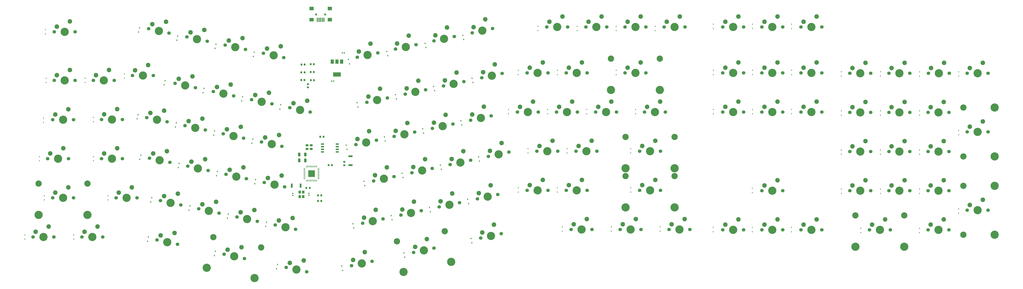
<source format=gbr>
%TF.GenerationSoftware,KiCad,Pcbnew,(6.0.9)*%
%TF.CreationDate,2022-12-16T23:57:13-05:00*%
%TF.ProjectId,rp2040 keeb,72703230-3430-4206-9b65-65622e6b6963,rev?*%
%TF.SameCoordinates,Original*%
%TF.FileFunction,Soldermask,Bot*%
%TF.FilePolarity,Negative*%
%FSLAX46Y46*%
G04 Gerber Fmt 4.6, Leading zero omitted, Abs format (unit mm)*
G04 Created by KiCad (PCBNEW (6.0.9)) date 2022-12-16 23:57:13*
%MOMM*%
%LPD*%
G01*
G04 APERTURE LIST*
G04 Aperture macros list*
%AMRoundRect*
0 Rectangle with rounded corners*
0 $1 Rounding radius*
0 $2 $3 $4 $5 $6 $7 $8 $9 X,Y pos of 4 corners*
0 Add a 4 corners polygon primitive as box body*
4,1,4,$2,$3,$4,$5,$6,$7,$8,$9,$2,$3,0*
0 Add four circle primitives for the rounded corners*
1,1,$1+$1,$2,$3*
1,1,$1+$1,$4,$5*
1,1,$1+$1,$6,$7*
1,1,$1+$1,$8,$9*
0 Add four rect primitives between the rounded corners*
20,1,$1+$1,$2,$3,$4,$5,0*
20,1,$1+$1,$4,$5,$6,$7,0*
20,1,$1+$1,$6,$7,$8,$9,0*
20,1,$1+$1,$8,$9,$2,$3,0*%
%AMRotRect*
0 Rectangle, with rotation*
0 The origin of the aperture is its center*
0 $1 length*
0 $2 width*
0 $3 Rotation angle, in degrees counterclockwise*
0 Add horizontal line*
21,1,$1,$2,0,0,$3*%
G04 Aperture macros list end*
%ADD10C,4.000000*%
%ADD11C,1.700000*%
%ADD12C,2.200000*%
%ADD13C,3.050000*%
%ADD14R,0.450000X0.600000*%
%ADD15RotRect,0.600000X0.450000X78.000000*%
%ADD16RoundRect,0.150000X0.650000X0.150000X-0.650000X0.150000X-0.650000X-0.150000X0.650000X-0.150000X0*%
%ADD17RoundRect,0.225000X0.225000X0.250000X-0.225000X0.250000X-0.225000X-0.250000X0.225000X-0.250000X0*%
%ADD18RotRect,0.600000X0.450000X102.000000*%
%ADD19RoundRect,0.140000X0.140000X0.170000X-0.140000X0.170000X-0.140000X-0.170000X0.140000X-0.170000X0*%
%ADD20R,1.500000X2.000000*%
%ADD21R,3.800000X2.000000*%
%ADD22R,1.200000X1.400000*%
%ADD23RoundRect,0.250000X0.450000X-0.262500X0.450000X0.262500X-0.450000X0.262500X-0.450000X-0.262500X0*%
%ADD24RoundRect,0.250000X0.325000X0.650000X-0.325000X0.650000X-0.325000X-0.650000X0.325000X-0.650000X0*%
%ADD25RoundRect,0.225000X0.250000X-0.225000X0.250000X0.225000X-0.250000X0.225000X-0.250000X-0.225000X0*%
%ADD26RoundRect,0.200000X-0.200000X-0.275000X0.200000X-0.275000X0.200000X0.275000X-0.200000X0.275000X0*%
%ADD27RoundRect,0.225000X-0.225000X-0.250000X0.225000X-0.250000X0.225000X0.250000X-0.225000X0.250000X0*%
%ADD28RoundRect,0.225000X0.775000X-0.225000X0.775000X0.225000X-0.775000X0.225000X-0.775000X-0.225000X0*%
%ADD29RoundRect,0.231250X0.768750X-0.231250X0.768750X0.231250X-0.768750X0.231250X-0.768750X-0.231250X0*%
%ADD30RoundRect,0.140000X0.170000X-0.140000X0.170000X0.140000X-0.170000X0.140000X-0.170000X-0.140000X0*%
%ADD31RoundRect,0.050000X0.387500X0.050000X-0.387500X0.050000X-0.387500X-0.050000X0.387500X-0.050000X0*%
%ADD32RoundRect,0.050000X0.050000X0.387500X-0.050000X0.387500X-0.050000X-0.387500X0.050000X-0.387500X0*%
%ADD33R,3.200000X3.200000*%
%ADD34RoundRect,0.200000X0.275000X-0.200000X0.275000X0.200000X-0.275000X0.200000X-0.275000X-0.200000X0*%
%ADD35C,1.000000*%
%ADD36R,0.500000X2.000000*%
%ADD37R,2.000000X1.700000*%
%ADD38RoundRect,0.225000X0.225000X0.775000X-0.225000X0.775000X-0.225000X-0.775000X0.225000X-0.775000X0*%
%ADD39RoundRect,0.231250X0.231250X0.768750X-0.231250X0.768750X-0.231250X-0.768750X0.231250X-0.768750X0*%
G04 APERTURE END LIST*
D10*
%TO.C,SW103*%
X504670000Y-123458750D03*
D11*
X509750000Y-123458750D03*
X499590000Y-123458750D03*
D12*
X507210000Y-118378750D03*
X500860000Y-120918750D03*
%TD*%
D11*
%TO.C,SW16*%
X138503657Y-105814873D03*
X148441637Y-107927256D03*
D10*
X143472647Y-106871064D03*
D12*
X147013333Y-102430170D03*
X140274000Y-103594426D03*
%TD*%
D10*
%TO.C,SW14*%
X102021319Y-165107499D03*
D11*
X96941319Y-165107499D03*
X107101319Y-165107499D03*
D12*
X104561319Y-160027499D03*
X98211319Y-162567499D03*
%TD*%
D10*
%TO.C,SW12*%
X117102568Y-124626249D03*
D11*
X112022568Y-124626249D03*
X122182568Y-124626249D03*
D12*
X119642568Y-119546249D03*
X113292568Y-122086249D03*
%TD*%
D11*
%TO.C,SW64*%
X319156250Y-161458750D03*
X308996250Y-161458750D03*
D10*
X314076250Y-161458750D03*
D12*
X316616250Y-156378750D03*
X310266250Y-158918750D03*
%TD*%
D10*
%TO.C,SW99*%
X485520000Y-142508750D03*
D11*
X490600000Y-142508750D03*
X480440000Y-142508750D03*
D12*
X488060000Y-137428750D03*
X481710000Y-139968750D03*
%TD*%
D11*
%TO.C,SW9*%
X73128819Y-184157499D03*
X83288819Y-184157499D03*
D13*
X66308819Y-177157499D03*
D10*
X78208819Y-184157499D03*
X90108819Y-192397499D03*
D13*
X90108819Y-177157499D03*
D10*
X66308819Y-192397499D03*
D12*
X80748819Y-179077499D03*
X74398819Y-181617499D03*
%TD*%
D11*
%TO.C,SW51*%
X258104966Y-150304076D03*
D10*
X263073955Y-149247885D03*
D11*
X268042945Y-148191693D03*
D12*
X264502259Y-143750799D03*
X258819117Y-147555533D03*
%TD*%
D11*
%TO.C,SW3*%
X84082568Y-103362499D03*
D10*
X79002568Y-103362499D03*
D11*
X73922568Y-103362499D03*
D12*
X81542568Y-98282499D03*
X75192568Y-100822499D03*
%TD*%
D10*
%TO.C,SW71*%
X356938750Y-100953653D03*
D11*
X362018750Y-100953653D03*
X351858750Y-100953653D03*
D12*
X359478750Y-95873653D03*
X353128750Y-98413653D03*
%TD*%
D10*
%TO.C,SW17*%
X137706360Y-129461783D03*
D11*
X132737370Y-128405592D03*
X142675350Y-130517975D03*
D12*
X141247046Y-125020889D03*
X134507713Y-126185145D03*
%TD*%
D11*
%TO.C,SW100*%
X490600000Y-161558750D03*
D10*
X485520000Y-161558750D03*
D11*
X480440000Y-161558750D03*
D12*
X488060000Y-156478750D03*
X481710000Y-159018750D03*
%TD*%
D10*
%TO.C,SW97*%
X487895000Y-207898750D03*
D11*
X481075000Y-199658750D03*
D10*
X475995000Y-199658750D03*
D13*
X487895000Y-192658750D03*
X464095000Y-192658750D03*
D11*
X470915000Y-199658750D03*
D10*
X464095000Y-207898750D03*
D12*
X478535000Y-194578750D03*
X472185000Y-197118750D03*
%TD*%
D10*
%TO.C,SW95*%
X466470000Y-161558750D03*
D11*
X471550000Y-161558750D03*
X461390000Y-161558750D03*
D12*
X469010000Y-156478750D03*
X462660000Y-159018750D03*
%TD*%
D11*
%TO.C,SW110*%
X224100550Y-196483114D03*
D10*
X229069539Y-195426923D03*
D11*
X234038529Y-194370731D03*
D12*
X230497843Y-189929837D03*
X224814701Y-193734571D03*
%TD*%
D10*
%TO.C,SW59*%
X309313750Y-180508750D03*
D11*
X304233750Y-180508750D03*
X314393750Y-180508750D03*
D12*
X311853750Y-175428750D03*
X305503750Y-177968750D03*
%TD*%
D10*
%TO.C,SW11*%
X124865113Y-102888683D03*
D11*
X119896123Y-101832492D03*
X129834103Y-103944875D03*
D12*
X128405799Y-98447789D03*
X121666466Y-99612045D03*
%TD*%
D11*
%TO.C,SW40*%
X220837543Y-158225511D03*
D10*
X225806532Y-157169320D03*
D11*
X230775522Y-156113128D03*
D12*
X227234836Y-151672234D03*
X221551694Y-155476968D03*
%TD*%
D11*
%TO.C,SW105*%
X509650000Y-180608750D03*
D10*
X504570000Y-180608750D03*
D11*
X499490000Y-180608750D03*
D12*
X507110000Y-175528750D03*
X500760000Y-178068750D03*
%TD*%
D11*
%TO.C,SW4*%
X84082568Y-127007499D03*
X73922568Y-127007499D03*
D10*
X79002568Y-127007499D03*
D12*
X81542568Y-121927499D03*
X75192568Y-124467499D03*
%TD*%
D11*
%TO.C,SW33*%
X188638505Y-140287744D03*
D10*
X193607495Y-141343935D03*
D11*
X198576485Y-142400127D03*
D12*
X197148181Y-136903041D03*
X190408848Y-138067297D03*
%TD*%
D10*
%TO.C,SW47*%
X266336962Y-187505488D03*
D11*
X271305952Y-186449296D03*
X261367973Y-188561679D03*
D12*
X267765266Y-182008402D03*
X262082124Y-185813136D03*
%TD*%
D11*
%TO.C,SW84*%
X428693750Y-100953653D03*
X418533750Y-100953653D03*
D10*
X423613750Y-100953653D03*
D12*
X426153750Y-95873653D03*
X419803750Y-98413653D03*
%TD*%
D11*
%TO.C,SW8*%
X103132568Y-127007499D03*
D10*
X98052568Y-127007499D03*
D11*
X92972568Y-127007499D03*
D12*
X100592568Y-121927499D03*
X94242568Y-124467499D03*
%TD*%
D10*
%TO.C,SW102*%
X504570000Y-142508750D03*
D11*
X509650000Y-142508750D03*
X499490000Y-142508750D03*
D12*
X507110000Y-137428750D03*
X500760000Y-139968750D03*
%TD*%
D10*
%TO.C,SW34*%
X179828298Y-157986211D03*
D11*
X184797288Y-159042403D03*
X174859308Y-156930020D03*
D12*
X183368984Y-153545317D03*
X176629651Y-154709573D03*
%TD*%
D10*
%TO.C,SW93*%
X466470000Y-123458750D03*
D11*
X471550000Y-123458750D03*
X461390000Y-123458750D03*
D12*
X469010000Y-118378750D03*
X462660000Y-120918750D03*
%TD*%
D11*
%TO.C,SW10*%
X87416319Y-203207499D03*
D10*
X92496319Y-203207499D03*
D11*
X97576319Y-203207499D03*
D12*
X95036319Y-198127499D03*
X88686319Y-200667499D03*
%TD*%
D11*
%TO.C,SW31*%
X172832731Y-195516380D03*
X162894751Y-193403997D03*
D10*
X167863741Y-194460188D03*
D12*
X171404427Y-190019294D03*
X164665094Y-191183550D03*
%TD*%
D11*
%TO.C,SW96*%
X471550000Y-180608750D03*
D10*
X466470000Y-180608750D03*
D11*
X461390000Y-180608750D03*
D12*
X469010000Y-175528750D03*
X462660000Y-178068750D03*
%TD*%
D10*
%TO.C,SW15*%
X109165069Y-184157499D03*
D11*
X104085069Y-184157499D03*
X114245069Y-184157499D03*
D12*
X111705069Y-179077499D03*
X105355069Y-181617499D03*
%TD*%
D11*
%TO.C,SW101*%
X480440000Y-180608750D03*
D10*
X485520000Y-180608750D03*
D11*
X490600000Y-180608750D03*
D12*
X488060000Y-175528750D03*
X481710000Y-178068750D03*
%TD*%
D10*
%TO.C,SW13*%
X102021319Y-146057499D03*
D11*
X96941319Y-146057499D03*
X107101319Y-146057499D03*
D12*
X104561319Y-140977499D03*
X98211319Y-143517499D03*
%TD*%
D11*
%TO.C,SW81*%
X409643750Y-123358750D03*
X399483750Y-123358750D03*
D10*
X404563750Y-123358750D03*
D12*
X407103750Y-118278750D03*
X400753750Y-120818750D03*
%TD*%
D10*
%TO.C,SW104*%
X504570000Y-161558750D03*
D11*
X499490000Y-161558750D03*
X509650000Y-161558750D03*
D12*
X507110000Y-156478750D03*
X500760000Y-159018750D03*
%TD*%
D11*
%TO.C,SW20*%
X125627330Y-185482558D03*
D10*
X130596320Y-186538749D03*
D11*
X135565310Y-187594941D03*
D12*
X134137006Y-182097855D03*
X127397673Y-183262111D03*
%TD*%
D11*
%TO.C,SW78*%
X361383750Y-142408750D03*
X371543750Y-142408750D03*
D10*
X366463750Y-142408750D03*
D12*
X369003750Y-137328750D03*
X362653750Y-139868750D03*
%TD*%
D11*
%TO.C,SW85*%
X428693750Y-123358750D03*
X418533750Y-123358750D03*
D10*
X423613750Y-123358750D03*
D12*
X426153750Y-118278750D03*
X419803750Y-120818750D03*
%TD*%
D10*
%TO.C,SW92*%
X442663750Y-199658750D03*
D11*
X437583750Y-199658750D03*
X447743750Y-199658750D03*
D12*
X445203750Y-194578750D03*
X438853750Y-197118750D03*
%TD*%
D11*
%TO.C,SW28*%
X179942772Y-138439410D03*
X170004792Y-136327027D03*
D10*
X174973782Y-137383218D03*
D12*
X178514468Y-132942324D03*
X171775135Y-134106580D03*
%TD*%
D11*
%TO.C,SW76*%
X370908750Y-100953653D03*
X381068750Y-100953653D03*
D10*
X375988750Y-100953653D03*
D12*
X378528750Y-95873653D03*
X372178750Y-98413653D03*
%TD*%
D10*
%TO.C,SW37*%
X191853592Y-219034973D03*
D11*
X186884602Y-217978782D03*
X196822582Y-220091165D03*
D12*
X195394278Y-214594079D03*
X188654945Y-215758335D03*
%TD*%
D11*
%TO.C,SW46*%
X258028379Y-169795943D03*
D10*
X253059389Y-170852135D03*
D11*
X248090400Y-171908326D03*
D12*
X254487693Y-165355049D03*
X248804551Y-169159783D03*
%TD*%
D11*
%TO.C,SW58*%
X295295803Y-161874508D03*
D10*
X290326813Y-162930700D03*
D11*
X285357824Y-163986891D03*
D12*
X291755117Y-157433614D03*
X286071975Y-161238348D03*
%TD*%
D11*
%TO.C,SW41*%
X239394667Y-173756661D03*
X229456688Y-175869044D03*
D10*
X234425677Y-174812853D03*
D12*
X235853981Y-169315767D03*
X230170839Y-173120501D03*
%TD*%
D11*
%TO.C,SW5*%
X83288819Y-146061249D03*
X73128819Y-146061249D03*
D10*
X78208819Y-146061249D03*
D12*
X80748819Y-140981249D03*
X74398819Y-143521249D03*
%TD*%
D10*
%TO.C,SW75*%
X354557500Y-199558750D03*
D11*
X349477500Y-199558750D03*
X359637500Y-199558750D03*
D12*
X357097500Y-194478750D03*
X350747500Y-197018750D03*
%TD*%
D11*
%TO.C,SW98*%
X480440000Y-123458750D03*
D10*
X485520000Y-123458750D03*
D11*
X490600000Y-123458750D03*
D12*
X488060000Y-118378750D03*
X481710000Y-120918750D03*
%TD*%
D11*
%TO.C,SW49*%
X258802823Y-107774513D03*
X268740802Y-105662130D03*
D10*
X263771812Y-106718322D03*
D12*
X265200116Y-101221236D03*
X259516974Y-105025970D03*
%TD*%
D11*
%TO.C,SW42*%
X252672241Y-190410014D03*
D10*
X247703251Y-191466206D03*
D11*
X242734262Y-192522397D03*
D12*
X249131555Y-185969120D03*
X243448413Y-189773854D03*
%TD*%
D11*
%TO.C,SW62*%
X314393750Y-123358750D03*
X304233750Y-123358750D03*
D10*
X309313750Y-123358750D03*
D12*
X311853750Y-118278750D03*
X305503750Y-120818750D03*
%TD*%
D11*
%TO.C,SW108*%
X528700000Y-152033750D03*
D10*
X531860000Y-163933750D03*
X531860000Y-140133750D03*
D13*
X516620000Y-140133750D03*
D11*
X518540000Y-152033750D03*
D13*
X516620000Y-163933750D03*
D10*
X523620000Y-152033750D03*
D12*
X526160000Y-146953750D03*
X519810000Y-149493750D03*
%TD*%
D11*
%TO.C,SW86*%
X428693750Y-142408750D03*
X418533750Y-142408750D03*
D10*
X423613750Y-142408750D03*
D12*
X426153750Y-137328750D03*
X419803750Y-139868750D03*
%TD*%
D10*
%TO.C,SW26*%
X149230026Y-190499467D03*
D11*
X144261036Y-189443276D03*
X154199016Y-191555659D03*
D12*
X152770712Y-186058573D03*
X146031379Y-187222829D03*
%TD*%
D10*
%TO.C,SW30*%
X162536350Y-173751969D03*
D11*
X167505340Y-174808161D03*
X157567360Y-172695778D03*
D12*
X166077036Y-169311075D03*
X159337703Y-170475331D03*
%TD*%
D11*
%TO.C,SW22*%
X167075350Y-111887972D03*
X157137370Y-109775589D03*
D10*
X162106360Y-110831780D03*
D12*
X165647046Y-106390886D03*
X158907713Y-107555142D03*
%TD*%
D11*
%TO.C,SW60*%
X291578990Y-201593809D03*
D10*
X286610000Y-202650001D03*
D11*
X281641011Y-203706192D03*
D12*
X288038304Y-197152915D03*
X282355162Y-200957649D03*
%TD*%
D10*
%TO.C,SW48*%
X223713401Y-216040994D03*
D11*
X218744412Y-217097185D03*
X228682391Y-214984802D03*
D12*
X225141705Y-210543908D03*
X219458563Y-214348642D03*
%TD*%
D10*
%TO.C,SW7*%
X68683819Y-203207499D03*
D11*
X63603819Y-203207499D03*
X73763819Y-203207499D03*
D12*
X71223819Y-198127499D03*
X64873819Y-200667499D03*
%TD*%
D11*
%TO.C,SW63*%
X299471250Y-142408750D03*
X309631250Y-142408750D03*
D10*
X304551250Y-142408750D03*
D12*
X307091250Y-137328750D03*
X300741250Y-139868750D03*
%TD*%
D11*
%TO.C,SW55*%
X287374514Y-101701413D03*
X277436535Y-103813796D03*
D10*
X282405524Y-102757605D03*
D12*
X283833828Y-97260519D03*
X278150686Y-101065253D03*
%TD*%
D10*
%TO.C,SW61*%
X318838750Y-100953653D03*
D11*
X313758750Y-100953653D03*
X323918750Y-100953653D03*
D12*
X321378750Y-95873653D03*
X315028750Y-98413653D03*
%TD*%
D10*
%TO.C,SW24*%
X142560874Y-150064779D03*
D11*
X137591884Y-149008588D03*
X147529864Y-151120971D03*
D12*
X146101560Y-145623885D03*
X139362227Y-146788141D03*
%TD*%
D11*
%TO.C,SW6*%
X70747569Y-165107499D03*
D10*
X75827569Y-165107499D03*
D11*
X80907569Y-165107499D03*
D12*
X78367569Y-160027499D03*
X72017569Y-162567499D03*
%TD*%
D11*
%TO.C,SW66*%
X335825000Y-199558750D03*
X325665000Y-199558750D03*
D10*
X330745000Y-199558750D03*
D12*
X333285000Y-194478750D03*
X326935000Y-197018750D03*
%TD*%
D10*
%TO.C,SW94*%
X466470000Y-142508750D03*
D11*
X461390000Y-142508750D03*
X471550000Y-142508750D03*
D12*
X469010000Y-137428750D03*
X462660000Y-139968750D03*
%TD*%
D11*
%TO.C,SW36*%
X191466443Y-199477093D03*
D10*
X186497453Y-198420901D03*
D11*
X181528463Y-197364710D03*
D12*
X190038139Y-193980007D03*
X183298806Y-195144263D03*
%TD*%
D10*
%TO.C,SW50*%
X268430093Y-128633814D03*
D11*
X263461104Y-129690005D03*
X273399083Y-127577622D03*
D12*
X269858397Y-123136728D03*
X264175255Y-126941462D03*
%TD*%
D10*
%TO.C,SW80*%
X404563750Y-100953653D03*
D11*
X399483750Y-100953653D03*
X409643750Y-100953653D03*
D12*
X407103750Y-95873653D03*
X400753750Y-98413653D03*
%TD*%
D10*
%TO.C,SW109*%
X531860000Y-178233750D03*
D11*
X518540000Y-190133750D03*
D10*
X531860000Y-202033750D03*
D11*
X528700000Y-190133750D03*
D10*
X523620000Y-190133750D03*
D13*
X516620000Y-202033750D03*
X516620000Y-178233750D03*
D12*
X526160000Y-185053750D03*
X519810000Y-187593750D03*
%TD*%
D11*
%TO.C,SW29*%
X166163576Y-155081688D03*
D10*
X161194586Y-154025496D03*
D11*
X156225596Y-152969305D03*
D12*
X164735272Y-149584602D03*
X157995939Y-150748858D03*
%TD*%
D11*
%TO.C,SW88*%
X428693750Y-199658750D03*
D10*
X423613750Y-199658750D03*
D11*
X418533750Y-199658750D03*
D12*
X426153750Y-194578750D03*
X419803750Y-197118750D03*
%TD*%
D11*
%TO.C,SW44*%
X244827393Y-133650723D03*
X254765372Y-131538340D03*
D10*
X249796382Y-132594532D03*
D12*
X251224686Y-127097446D03*
X245541544Y-130902180D03*
%TD*%
D11*
%TO.C,SW82*%
X399483750Y-142408750D03*
D10*
X404563750Y-142408750D03*
D11*
X409643750Y-142408750D03*
D12*
X407103750Y-137328750D03*
X400753750Y-139868750D03*
%TD*%
D10*
%TO.C,SW72*%
X342651250Y-142408750D03*
D11*
X347731250Y-142408750D03*
X337571250Y-142408750D03*
D12*
X345191250Y-137328750D03*
X338841250Y-139868750D03*
%TD*%
D10*
%TO.C,SW32*%
X148220661Y-218184593D03*
D11*
X156604820Y-211542615D03*
D13*
X174669148Y-208225922D03*
D11*
X166542800Y-213654998D03*
D10*
X171500574Y-223132891D03*
D13*
X151389235Y-203277624D03*
D10*
X161573810Y-212598806D03*
D12*
X165114496Y-208157912D03*
X158375163Y-209322168D03*
%TD*%
D11*
%TO.C,SW91*%
X447743750Y-142408750D03*
D10*
X442663750Y-142408750D03*
D11*
X437583750Y-142408750D03*
D12*
X445203750Y-137328750D03*
X438853750Y-139868750D03*
%TD*%
D10*
%TO.C,SW89*%
X442663750Y-100953653D03*
D11*
X447743750Y-100953653D03*
X437583750Y-100953653D03*
D12*
X445203750Y-95873653D03*
X438853750Y-98413653D03*
%TD*%
D11*
%TO.C,SW79*%
X373290000Y-199558750D03*
X383450000Y-199558750D03*
D10*
X378370000Y-199558750D03*
D12*
X380910000Y-194478750D03*
X374560000Y-197018750D03*
%TD*%
D10*
%TO.C,SW27*%
X180740070Y-114792499D03*
D11*
X185709060Y-115848691D03*
X175771080Y-113736308D03*
D12*
X184280756Y-110351605D03*
X177541423Y-111515861D03*
%TD*%
D10*
%TO.C,SW68*%
X328363750Y-123358750D03*
D11*
X333443750Y-123358750D03*
X323283750Y-123358750D03*
D12*
X330903750Y-118278750D03*
X324553750Y-120818750D03*
%TD*%
D10*
%TO.C,SW70*%
X333126250Y-161458750D03*
D11*
X328046250Y-161458750D03*
X338206250Y-161458750D03*
D12*
X335666250Y-156378750D03*
X329316250Y-158918750D03*
%TD*%
D10*
%TO.C,SW74*%
X352182500Y-188748750D03*
X364082500Y-180508750D03*
D11*
X369162500Y-180508750D03*
D10*
X375982500Y-188748750D03*
D13*
X352182500Y-173508750D03*
X375982500Y-173508750D03*
D11*
X359002500Y-180508750D03*
D12*
X366622500Y-175428750D03*
X360272500Y-177968750D03*
%TD*%
D11*
%TO.C,SW57*%
X276738678Y-146343358D03*
D10*
X281707667Y-145287167D03*
D11*
X286676657Y-144230975D03*
D12*
X283135971Y-139790081D03*
X277452829Y-143594815D03*
%TD*%
D11*
%TO.C,SW43*%
X250107090Y-109622848D03*
X240169111Y-111735231D03*
D10*
X245138100Y-110679040D03*
D12*
X246566404Y-105181954D03*
X240883262Y-108986688D03*
%TD*%
D10*
%TO.C,SW73*%
X352182500Y-169698750D03*
X375982500Y-169698750D03*
D11*
X369162500Y-161458750D03*
D13*
X352182500Y-154458750D03*
X375982500Y-154458750D03*
D11*
X359002500Y-161458750D03*
D10*
X364082500Y-161458750D03*
D12*
X366622500Y-156378750D03*
X360272500Y-158918750D03*
%TD*%
D13*
%TO.C,SW54*%
X240814662Y-205287116D03*
D10*
X243983236Y-220194086D03*
X267263149Y-215245788D03*
X253910000Y-209660001D03*
D11*
X248941011Y-210716192D03*
X258878990Y-208603809D03*
D13*
X264094575Y-200338818D03*
D12*
X255338304Y-204162915D03*
X249655162Y-207967649D03*
%TD*%
D10*
%TO.C,SW52*%
X271693101Y-166891417D03*
D11*
X266724112Y-167947608D03*
X276662091Y-165835225D03*
D12*
X273121405Y-161394331D03*
X267438263Y-165199065D03*
%TD*%
D11*
%TO.C,SW83*%
X409643750Y-199658750D03*
X399483750Y-199658750D03*
D10*
X404563750Y-199658750D03*
D12*
X407103750Y-194578750D03*
X400753750Y-197118750D03*
%TD*%
D11*
%TO.C,SW69*%
X318521250Y-142408750D03*
X328681250Y-142408750D03*
D10*
X323601250Y-142408750D03*
D12*
X326141250Y-137328750D03*
X319791250Y-139868750D03*
%TD*%
D10*
%TO.C,SW35*%
X181170065Y-177712687D03*
D11*
X186139055Y-178768879D03*
X176201075Y-176656496D03*
D12*
X184710751Y-173271793D03*
X177971418Y-174436049D03*
%TD*%
D11*
%TO.C,SW56*%
X282094816Y-125729288D03*
D10*
X287063805Y-124673097D03*
D11*
X292032795Y-123616905D03*
D12*
X288492109Y-119176011D03*
X282808967Y-122980745D03*
%TD*%
D11*
%TO.C,SW39*%
X226193681Y-137611441D03*
X236131660Y-135499058D03*
D10*
X231162670Y-136555250D03*
D12*
X232590974Y-131058164D03*
X226907832Y-134862898D03*
%TD*%
D10*
%TO.C,SW106*%
X504570000Y-199658750D03*
D11*
X499490000Y-199658750D03*
X509650000Y-199658750D03*
D12*
X507110000Y-194578750D03*
X500760000Y-197118750D03*
%TD*%
D11*
%TO.C,SW21*%
X133933805Y-206723743D03*
D10*
X128964815Y-205667551D03*
D11*
X123995825Y-204611360D03*
D12*
X132505501Y-201226657D03*
X125766168Y-202390913D03*
%TD*%
D11*
%TO.C,SW25*%
X138933648Y-168735058D03*
X148871628Y-170847441D03*
D10*
X143902638Y-169791249D03*
D12*
X147443324Y-165350355D03*
X140703991Y-166514611D03*
%TD*%
D11*
%TO.C,SW67*%
X332808750Y-100953653D03*
D10*
X337888750Y-100953653D03*
D11*
X342968750Y-100953653D03*
D12*
X340428750Y-95873653D03*
X334078750Y-98413653D03*
%TD*%
D11*
%TO.C,SW23*%
X161309060Y-134478691D03*
X151371080Y-132366308D03*
D10*
X156340070Y-133422499D03*
D12*
X159880756Y-128981605D03*
X153141423Y-130145861D03*
%TD*%
D11*
%TO.C,SW18*%
X128896153Y-147160249D03*
D10*
X123927163Y-146104057D03*
D11*
X118958173Y-145047866D03*
D12*
X127467849Y-141663163D03*
X120728516Y-142827419D03*
%TD*%
D13*
%TO.C,SW77*%
X368838750Y-116358750D03*
D10*
X345038750Y-131598750D03*
X368838750Y-131598750D03*
D11*
X351858750Y-123358750D03*
X362018750Y-123358750D03*
D13*
X345038750Y-116358750D03*
D10*
X356938750Y-123358750D03*
D12*
X359478750Y-118278750D03*
X353128750Y-120818750D03*
%TD*%
D11*
%TO.C,SW38*%
X221535399Y-115695949D03*
D10*
X226504388Y-114639758D03*
D11*
X231473378Y-113583566D03*
D12*
X227932692Y-109142672D03*
X222249550Y-112947406D03*
%TD*%
D11*
%TO.C,SW107*%
X518540000Y-123458750D03*
D10*
X523620000Y-123458750D03*
D11*
X528700000Y-123458750D03*
D12*
X526160000Y-118378750D03*
X519810000Y-120918750D03*
%TD*%
D11*
%TO.C,SW90*%
X447743750Y-123358750D03*
D10*
X442663750Y-123358750D03*
D11*
X437583750Y-123358750D03*
D12*
X445203750Y-118278750D03*
X438853750Y-120818750D03*
%TD*%
D11*
%TO.C,SW45*%
X239471254Y-154264794D03*
X249409233Y-152152411D03*
D10*
X244440243Y-153208603D03*
D12*
X245868547Y-147711517D03*
X240185405Y-151516251D03*
%TD*%
D11*
%TO.C,SW19*%
X120299937Y-164774340D03*
X130237917Y-166886723D03*
D10*
X125268927Y-165830531D03*
D12*
X128809613Y-161389637D03*
X122070280Y-162553893D03*
%TD*%
D11*
%TO.C,SW53*%
X289939663Y-182488578D03*
X280001684Y-184600961D03*
D10*
X284970673Y-183544770D03*
D12*
X286398977Y-178047684D03*
X280715835Y-181852418D03*
%TD*%
D11*
%TO.C,SW65*%
X333443750Y-180508750D03*
X323283750Y-180508750D03*
D10*
X328363750Y-180508750D03*
D12*
X330903750Y-175428750D03*
X324553750Y-177968750D03*
%TD*%
D10*
%TO.C,SW87*%
X423613750Y-180608750D03*
D11*
X418533750Y-180608750D03*
X428693750Y-180608750D03*
D12*
X426153750Y-175528750D03*
X419803750Y-178068750D03*
%TD*%
D14*
%TO.C,D90*%
X433010000Y-124140000D03*
X433010000Y-122040000D03*
%TD*%
%TO.C,D76*%
X366592500Y-102718750D03*
X366592500Y-100618750D03*
%TD*%
D15*
%TO.C,D37*%
X182208965Y-218623278D03*
X182645579Y-216569168D03*
%TD*%
D16*
%TO.C,U2*%
X211730000Y-157925000D03*
X211730000Y-159195000D03*
X211730000Y-160465000D03*
X211730000Y-161735000D03*
X204530000Y-161735000D03*
X204530000Y-160465000D03*
X204530000Y-159195000D03*
X204530000Y-157925000D03*
%TD*%
D15*
%TO.C,D24*%
X132916251Y-149653083D03*
X133352865Y-147598973D03*
%TD*%
%TO.C,D30*%
X152891727Y-173340271D03*
X153328341Y-171286161D03*
%TD*%
%TO.C,D25*%
X134258012Y-169379554D03*
X134694626Y-167325444D03*
%TD*%
D17*
%TO.C,C14*%
X200325000Y-122920000D03*
X198775000Y-122920000D03*
%TD*%
D18*
%TO.C,D41*%
X225140583Y-178158914D03*
X224703969Y-176104804D03*
%TD*%
D14*
%TO.C,D81*%
X394910000Y-124140000D03*
X394910000Y-122040000D03*
%TD*%
D18*
%TO.C,D51*%
X253788861Y-152593946D03*
X253352247Y-150539836D03*
%TD*%
D15*
%TO.C,D21*%
X119320188Y-205255856D03*
X119756802Y-203201746D03*
%TD*%
D14*
%TO.C,D89*%
X433010000Y-101734903D03*
X433010000Y-99634903D03*
%TD*%
D19*
%TO.C,C1*%
X215140000Y-113600000D03*
X214180000Y-113600000D03*
%TD*%
D14*
%TO.C,D13*%
X92936250Y-147070000D03*
X92936250Y-144970000D03*
%TD*%
D20*
%TO.C,U1*%
X209270000Y-117800000D03*
D21*
X211570000Y-124100000D03*
D20*
X211570000Y-117800000D03*
X213870000Y-117800000D03*
%TD*%
D14*
%TO.C,D94*%
X457205000Y-143920000D03*
X457205000Y-141820000D03*
%TD*%
D19*
%TO.C,C4*%
X210000000Y-127340000D03*
X209040000Y-127340000D03*
%TD*%
D14*
%TO.C,D103*%
X495305000Y-124890000D03*
X495305000Y-122790000D03*
%TD*%
D18*
%TO.C,D43*%
X236289013Y-114928029D03*
X235852399Y-112873919D03*
%TD*%
D14*
%TO.C,D65*%
X318967500Y-181300000D03*
X318967500Y-179200000D03*
%TD*%
%TO.C,D14*%
X92936250Y-166120000D03*
X92936250Y-164020000D03*
%TD*%
D15*
%TO.C,D36*%
X176852827Y-198009207D03*
X177289441Y-195955097D03*
%TD*%
D22*
%TO.C,Y1*%
X195200000Y-181290000D03*
X195200000Y-183490000D03*
X193500000Y-183490000D03*
X193500000Y-181290000D03*
%TD*%
D14*
%TO.C,D8*%
X88967499Y-128020000D03*
X88967499Y-125920000D03*
%TD*%
%TO.C,D74*%
X354686250Y-181300000D03*
X354686250Y-179200000D03*
%TD*%
D23*
%TO.C,R4*%
X199070000Y-160352500D03*
X199070000Y-158527500D03*
%TD*%
D14*
%TO.C,D4*%
X69917499Y-128020000D03*
X69917499Y-125920000D03*
%TD*%
%TO.C,D73*%
X354686250Y-162250000D03*
X354686250Y-160150000D03*
%TD*%
%TO.C,D92*%
X432950000Y-200590000D03*
X432950000Y-198490000D03*
%TD*%
D15*
%TO.C,D17*%
X127434184Y-129098586D03*
X127870798Y-127044476D03*
%TD*%
D14*
%TO.C,D72*%
X333255000Y-143200000D03*
X333255000Y-141100000D03*
%TD*%
%TO.C,D84*%
X413960000Y-101734903D03*
X413960000Y-99634903D03*
%TD*%
D18*
%TO.C,D46*%
X243774295Y-174198196D03*
X243337681Y-172144086D03*
%TD*%
%TO.C,D40*%
X216521438Y-160515382D03*
X216084824Y-158461272D03*
%TD*%
D14*
%TO.C,D108*%
X514355000Y-153445000D03*
X514355000Y-151345000D03*
%TD*%
D18*
%TO.C,D57*%
X272422573Y-148633229D03*
X271985959Y-146579119D03*
%TD*%
D14*
%TO.C,D63*%
X295155000Y-143200000D03*
X295155000Y-141100000D03*
%TD*%
%TO.C,D98*%
X476255000Y-124870000D03*
X476255000Y-122770000D03*
%TD*%
D15*
%TO.C,D23*%
X146406466Y-132957471D03*
X146843080Y-130903361D03*
%TD*%
D14*
%TO.C,D107*%
X514355000Y-124890000D03*
X514355000Y-122790000D03*
%TD*%
%TO.C,D78*%
X357067500Y-143200000D03*
X357067500Y-141100000D03*
%TD*%
%TO.C,D59*%
X299917500Y-181300000D03*
X299917500Y-179200000D03*
%TD*%
D24*
%TO.C,C9*%
X196205000Y-165910000D03*
X193255000Y-165910000D03*
%TD*%
D14*
%TO.C,D12*%
X108017498Y-125956250D03*
X108017498Y-123856250D03*
%TD*%
%TO.C,D9*%
X69123750Y-185170000D03*
X69123750Y-183070000D03*
%TD*%
D15*
%TO.C,D16*%
X133625547Y-107411935D03*
X134062161Y-105357825D03*
%TD*%
D14*
%TO.C,D6*%
X66742500Y-166120000D03*
X66742500Y-164020000D03*
%TD*%
D25*
%TO.C,C13*%
X197480000Y-130345000D03*
X197480000Y-128795000D03*
%TD*%
D18*
%TO.C,D45*%
X235155149Y-156554664D03*
X234718535Y-154500554D03*
%TD*%
D14*
%TO.C,D5*%
X68690000Y-147400000D03*
X68690000Y-145300000D03*
%TD*%
D18*
%TO.C,D60*%
X277324906Y-205996063D03*
X276888292Y-203941953D03*
%TD*%
D14*
%TO.C,D93*%
X457205000Y-124870000D03*
X457205000Y-122770000D03*
%TD*%
D26*
%TO.C,R2*%
X207495000Y-168210000D03*
X209145000Y-168210000D03*
%TD*%
D27*
%TO.C,C15*%
X194335000Y-119260000D03*
X195885000Y-119260000D03*
%TD*%
D15*
%TO.C,D26*%
X139585403Y-190087772D03*
X140022017Y-188033662D03*
%TD*%
D14*
%TO.C,D61*%
X309442500Y-102718750D03*
X309442500Y-100618750D03*
%TD*%
D15*
%TO.C,D32*%
X151929181Y-212187113D03*
X152365795Y-210133003D03*
%TD*%
D14*
%TO.C,D99*%
X476255000Y-143920000D03*
X476255000Y-141820000D03*
%TD*%
D18*
%TO.C,D50*%
X259144999Y-131979876D03*
X258708385Y-129925766D03*
%TD*%
D28*
%TO.C,SW1*%
X218190000Y-163900000D03*
D29*
X218190000Y-168212500D03*
%TD*%
D18*
%TO.C,D47*%
X257051868Y-190851550D03*
X256615254Y-188797440D03*
%TD*%
D14*
%TO.C,D102*%
X495305000Y-143920000D03*
X495305000Y-141820000D03*
%TD*%
%TO.C,D68*%
X318967500Y-124150000D03*
X318967500Y-122050000D03*
%TD*%
%TO.C,D75*%
X345161250Y-200350000D03*
X345161250Y-198250000D03*
%TD*%
%TO.C,D69*%
X314205000Y-143200000D03*
X314205000Y-141100000D03*
%TD*%
D15*
%TO.C,D31*%
X158219116Y-194048491D03*
X158655730Y-191994381D03*
%TD*%
%TO.C,D34*%
X170183672Y-157574518D03*
X170620286Y-155520408D03*
%TD*%
D18*
%TO.C,D110*%
X219784445Y-198772985D03*
X219347831Y-196718875D03*
%TD*%
D14*
%TO.C,D87*%
X413900000Y-181540000D03*
X413900000Y-179440000D03*
%TD*%
%TO.C,D10*%
X83411250Y-204220000D03*
X83411250Y-202120000D03*
%TD*%
D15*
%TO.C,D28*%
X165177119Y-136947297D03*
X165613733Y-134893187D03*
%TD*%
D14*
%TO.C,D88*%
X413900000Y-200590000D03*
X413900000Y-198490000D03*
%TD*%
%TO.C,D64*%
X304680000Y-162250000D03*
X304680000Y-160150000D03*
%TD*%
%TO.C,D95*%
X457205000Y-162970000D03*
X457205000Y-160870000D03*
%TD*%
D15*
%TO.C,D11*%
X115018012Y-103429554D03*
X115454626Y-101375444D03*
%TD*%
%TO.C,D18*%
X114282535Y-145692363D03*
X114719149Y-143638253D03*
%TD*%
D18*
%TO.C,D52*%
X262408007Y-170237479D03*
X261971393Y-168183369D03*
%TD*%
D14*
%TO.C,D85*%
X413960000Y-124140000D03*
X413960000Y-122040000D03*
%TD*%
D15*
%TO.C,D27*%
X170892970Y-115333371D03*
X171329584Y-113279261D03*
%TD*%
D30*
%TO.C,C3*%
X198000000Y-182880000D03*
X198000000Y-181920000D03*
%TD*%
D15*
%TO.C,D19*%
X115624301Y-165418836D03*
X116060915Y-163364726D03*
%TD*%
D14*
%TO.C,D71*%
X347542500Y-102718750D03*
X347542500Y-100618750D03*
%TD*%
D31*
%TO.C,U3*%
X202647500Y-169720000D03*
X202647500Y-170120000D03*
X202647500Y-170520000D03*
X202647500Y-170920000D03*
X202647500Y-171320000D03*
X202647500Y-171720000D03*
X202647500Y-172120000D03*
X202647500Y-172520000D03*
X202647500Y-172920000D03*
X202647500Y-173320000D03*
X202647500Y-173720000D03*
X202647500Y-174120000D03*
X202647500Y-174520000D03*
X202647500Y-174920000D03*
D32*
X201810000Y-175757500D03*
X201410000Y-175757500D03*
X201010000Y-175757500D03*
X200610000Y-175757500D03*
X200210000Y-175757500D03*
X199810000Y-175757500D03*
X199410000Y-175757500D03*
X199010000Y-175757500D03*
X198610000Y-175757500D03*
X198210000Y-175757500D03*
X197810000Y-175757500D03*
X197410000Y-175757500D03*
X197010000Y-175757500D03*
X196610000Y-175757500D03*
D31*
X195772500Y-174920000D03*
X195772500Y-174520000D03*
X195772500Y-174120000D03*
X195772500Y-173720000D03*
X195772500Y-173320000D03*
X195772500Y-172920000D03*
X195772500Y-172520000D03*
X195772500Y-172120000D03*
X195772500Y-171720000D03*
X195772500Y-171320000D03*
X195772500Y-170920000D03*
X195772500Y-170520000D03*
X195772500Y-170120000D03*
X195772500Y-169720000D03*
D32*
X196610000Y-168882500D03*
X197010000Y-168882500D03*
X197410000Y-168882500D03*
X197810000Y-168882500D03*
X198210000Y-168882500D03*
X198610000Y-168882500D03*
X199010000Y-168882500D03*
X199410000Y-168882500D03*
X199810000Y-168882500D03*
X200210000Y-168882500D03*
X200610000Y-168882500D03*
X201010000Y-168882500D03*
X201410000Y-168882500D03*
X201810000Y-168882500D03*
D33*
X199210000Y-172320000D03*
%TD*%
D14*
%TO.C,D86*%
X413960000Y-143190000D03*
X413960000Y-141090000D03*
%TD*%
%TO.C,D100*%
X476255000Y-162970000D03*
X476255000Y-160870000D03*
%TD*%
D24*
%TO.C,C8*%
X196205000Y-163070000D03*
X193255000Y-163070000D03*
%TD*%
D17*
%TO.C,C7*%
X203955000Y-185650000D03*
X202405000Y-185650000D03*
%TD*%
D18*
%TO.C,D42*%
X238418156Y-194812267D03*
X237981542Y-192758157D03*
%TD*%
D34*
%TO.C,R1*%
X215190000Y-168255000D03*
X215190000Y-166605000D03*
%TD*%
D14*
%TO.C,D109*%
X514355000Y-191545000D03*
X514355000Y-189445000D03*
%TD*%
%TO.C,D15*%
X100080000Y-185170000D03*
X100080000Y-183070000D03*
%TD*%
D35*
%TO.C,J1*%
X205860000Y-94845000D03*
X201460000Y-94845000D03*
D36*
X202060000Y-97545000D03*
X202860000Y-97545000D03*
X203660000Y-97545000D03*
X204460000Y-97545000D03*
X205260000Y-97545000D03*
D37*
X199210000Y-97445000D03*
X208110000Y-97445000D03*
X199210000Y-91995000D03*
X208110000Y-91995000D03*
%TD*%
D23*
%TO.C,R5*%
X197010000Y-160362500D03*
X197010000Y-158537500D03*
%TD*%
D14*
%TO.C,D62*%
X299917500Y-124150000D03*
X299917500Y-122050000D03*
%TD*%
D17*
%TO.C,C5*%
X205035000Y-154370000D03*
X203485000Y-154370000D03*
%TD*%
D14*
%TO.C,D7*%
X59598750Y-204220000D03*
X59598750Y-202120000D03*
%TD*%
D18*
%TO.C,D56*%
X277778711Y-128019158D03*
X277342097Y-125965048D03*
%TD*%
D14*
%TO.C,D104*%
X495305000Y-162970000D03*
X495305000Y-160870000D03*
%TD*%
D18*
%TO.C,D44*%
X240511288Y-135940593D03*
X240074674Y-133886483D03*
%TD*%
D26*
%TO.C,R3*%
X196715000Y-179280000D03*
X198365000Y-179280000D03*
%TD*%
D14*
%TO.C,D82*%
X394910000Y-143190000D03*
X394910000Y-141090000D03*
%TD*%
D38*
%TO.C,SW2*%
X189580000Y-178160000D03*
D39*
X193892500Y-178160000D03*
%TD*%
D14*
%TO.C,D105*%
X495305000Y-182020000D03*
X495305000Y-179920000D03*
%TD*%
D18*
%TO.C,D58*%
X281041719Y-166276761D03*
X280605105Y-164222651D03*
%TD*%
D14*
%TO.C,D96*%
X457205000Y-182020000D03*
X457205000Y-179920000D03*
%TD*%
D15*
%TO.C,D29*%
X151549961Y-153613799D03*
X151986575Y-151559689D03*
%TD*%
D27*
%TO.C,C11*%
X194255000Y-123050000D03*
X195805000Y-123050000D03*
%TD*%
D17*
%TO.C,C12*%
X200415000Y-126860000D03*
X198865000Y-126860000D03*
%TD*%
D14*
%TO.C,D91*%
X433010000Y-143190000D03*
X433010000Y-141090000D03*
%TD*%
D17*
%TO.C,C6*%
X203955000Y-182970000D03*
X202405000Y-182970000D03*
%TD*%
D15*
%TO.C,D22*%
X152259258Y-111372653D03*
X152695872Y-109318543D03*
%TD*%
D14*
%TO.C,D79*%
X368973750Y-200350000D03*
X368973750Y-198250000D03*
%TD*%
D18*
%TO.C,D38*%
X217655301Y-118888746D03*
X217218687Y-116834636D03*
%TD*%
D27*
%TO.C,C10*%
X194215000Y-126790000D03*
X195765000Y-126790000D03*
%TD*%
D18*
%TO.C,D55*%
X273322904Y-107056232D03*
X272886290Y-105002122D03*
%TD*%
D15*
%TO.C,D20*%
X120951693Y-186127055D03*
X121388307Y-184072945D03*
%TD*%
D14*
%TO.C,D80*%
X394910000Y-101734903D03*
X394910000Y-99634903D03*
%TD*%
D17*
%TO.C,C16*%
X200325000Y-119080000D03*
X198775000Y-119080000D03*
%TD*%
D14*
%TO.C,D83*%
X394850000Y-200590000D03*
X394850000Y-198490000D03*
%TD*%
%TO.C,D77*%
X347542500Y-124150000D03*
X347542500Y-122050000D03*
%TD*%
%TO.C,D106*%
X495305000Y-201070000D03*
X495305000Y-198970000D03*
%TD*%
%TO.C,D101*%
X476255000Y-182020000D03*
X476255000Y-179920000D03*
%TD*%
%TO.C,D70*%
X323730000Y-162250000D03*
X323730000Y-160150000D03*
%TD*%
D18*
%TO.C,D54*%
X244624906Y-213006063D03*
X244188292Y-210951953D03*
%TD*%
%TO.C,D53*%
X275685579Y-186890832D03*
X275248965Y-184836722D03*
%TD*%
%TO.C,D39*%
X221877576Y-139901311D03*
X221440962Y-137847201D03*
%TD*%
D15*
%TO.C,D33*%
X183810831Y-140908014D03*
X184247445Y-138853904D03*
%TD*%
D14*
%TO.C,D67*%
X328492500Y-102718750D03*
X328492500Y-100618750D03*
%TD*%
D30*
%TO.C,C2*%
X190130000Y-182920000D03*
X190130000Y-181960000D03*
%TD*%
D14*
%TO.C,D97*%
X466730000Y-201070000D03*
X466730000Y-198970000D03*
%TD*%
D18*
%TO.C,D49*%
X254922725Y-110967311D03*
X254486111Y-108913201D03*
%TD*%
D15*
%TO.C,D35*%
X171525437Y-177300989D03*
X171962051Y-175246879D03*
%TD*%
D14*
%TO.C,D66*%
X321348750Y-200350000D03*
X321348750Y-198250000D03*
%TD*%
%TO.C,D3*%
X69605000Y-104375000D03*
X69605000Y-102275000D03*
%TD*%
D18*
%TO.C,D48*%
X214428307Y-219387055D03*
X213991693Y-217332945D03*
%TD*%
M02*

</source>
